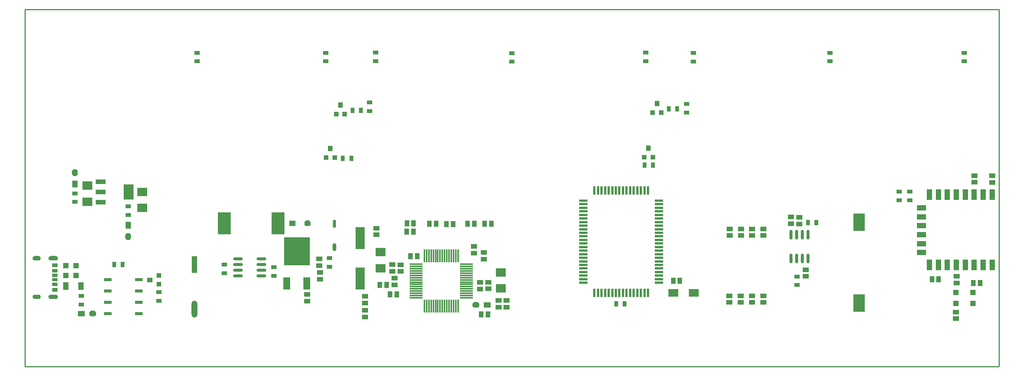
<source format=gtp>
G04 Layer_Color=8421504*
%FSLAX24Y24*%
%MOIN*%
G70*
G01*
G75*
%ADD10C,0.0100*%
%ADD11R,0.0512X0.1496*%
%ADD12O,0.0512X0.1496*%
%ADD13R,0.0350X0.0500*%
%ADD14R,0.0500X0.0350*%
%ADD15R,0.0400X0.0500*%
%ADD16R,0.0400X0.0400*%
%ADD17R,0.0787X0.0472*%
%ADD18R,0.0472X0.0945*%
%ADD19R,0.0433X0.0551*%
%ADD20R,0.0551X0.0433*%
%ADD21R,0.0472X0.0472*%
%ADD22O,0.0236X0.0866*%
%ADD23R,0.0866X0.0689*%
%ADD24R,0.0118X0.1181*%
%ADD25R,0.1181X0.0118*%
%ADD26R,0.0900X0.0750*%
G04:AMPARAMS|DCode=27|XSize=60mil|YSize=50mil|CornerRadius=0mil|HoleSize=0mil|Usage=FLASHONLY|Rotation=180.000|XOffset=0mil|YOffset=0mil|HoleType=Round|Shape=Octagon|*
%AMOCTAGOND27*
4,1,8,-0.0300,0.0125,-0.0300,-0.0125,-0.0175,-0.0250,0.0175,-0.0250,0.0300,-0.0125,0.0300,0.0125,0.0175,0.0250,-0.0175,0.0250,-0.0300,0.0125,0.0*
%
%ADD27OCTAGOND27*%

%ADD28R,0.0600X0.0500*%
%ADD29R,0.0787X0.1968*%
%ADD30O,0.0315X0.0709*%
%ADD31R,0.0315X0.0709*%
%ADD32O,0.0866X0.0236*%
%ADD33R,0.0709X0.0315*%
%ADD34R,0.0500X0.0600*%
G04:AMPARAMS|DCode=35|XSize=60mil|YSize=50mil|CornerRadius=0mil|HoleSize=0mil|Usage=FLASHONLY|Rotation=270.000|XOffset=0mil|YOffset=0mil|HoleType=Round|Shape=Octagon|*
%AMOCTAGOND35*
4,1,8,-0.0125,-0.0300,0.0125,-0.0300,0.0250,-0.0175,0.0250,0.0175,0.0125,0.0300,-0.0125,0.0300,-0.0250,0.0175,-0.0250,-0.0175,-0.0125,-0.0300,0.0*
%
%ADD35OCTAGOND35*%

%ADD36R,0.0866X0.1378*%
%ADD37R,0.0866X0.0433*%
%ADD38R,0.0866X0.0433*%
%ADD39R,0.0500X0.0650*%
%ADD40R,0.0500X0.0500*%
%ADD41R,0.0472X0.0354*%
%ADD42R,0.0472X0.0315*%
%ADD43R,0.0472X0.0276*%
G04:AMPARAMS|DCode=44|XSize=21.7mil|YSize=74mil|CornerRadius=2.7mil|HoleSize=0mil|Usage=FLASHONLY|Rotation=270.000|XOffset=0mil|YOffset=0mil|HoleType=Round|Shape=RoundedRectangle|*
%AMROUNDEDRECTD44*
21,1,0.0217,0.0686,0,0,270.0*
21,1,0.0162,0.0740,0,0,270.0*
1,1,0.0054,-0.0343,-0.0081*
1,1,0.0054,-0.0343,0.0081*
1,1,0.0054,0.0343,0.0081*
1,1,0.0054,0.0343,-0.0081*
%
%ADD44ROUNDEDRECTD44*%
G04:AMPARAMS|DCode=45|XSize=21.7mil|YSize=74mil|CornerRadius=2.7mil|HoleSize=0mil|Usage=FLASHONLY|Rotation=0.000|XOffset=0mil|YOffset=0mil|HoleType=Round|Shape=RoundedRectangle|*
%AMROUNDEDRECTD45*
21,1,0.0217,0.0686,0,0,0.0*
21,1,0.0162,0.0740,0,0,0.0*
1,1,0.0054,0.0081,-0.0343*
1,1,0.0054,-0.0081,-0.0343*
1,1,0.0054,-0.0081,0.0343*
1,1,0.0054,0.0081,0.0343*
%
%ADD45ROUNDEDRECTD45*%
%ADD46R,0.0500X0.0400*%
%ADD47R,0.0400X0.0400*%
%ADD48R,0.0984X0.1575*%
%ADD49R,0.0600X0.1100*%
%ADD50R,0.2300X0.2450*%
%ADD51R,0.1181X0.1968*%
%ADD52R,0.0550X0.0500*%
G04:AMPARAMS|DCode=53|XSize=55mil|YSize=50mil|CornerRadius=0mil|HoleSize=0mil|Usage=FLASHONLY|Rotation=0.000|XOffset=0mil|YOffset=0mil|HoleType=Round|Shape=Octagon|*
%AMOCTAGOND53*
4,1,8,0.0275,-0.0125,0.0275,0.0125,0.0150,0.0250,-0.0150,0.0250,-0.0275,0.0125,-0.0275,-0.0125,-0.0150,-0.0250,0.0150,-0.0250,0.0275,-0.0125,0.0*
%
%ADD53OCTAGOND53*%

G36*
X2883Y-24406D02*
X2411D01*
Y-24091D01*
X2883D01*
Y-24406D01*
D02*
G37*
G36*
Y-23985D02*
X2411D01*
Y-23709D01*
X2883D01*
Y-23985D01*
D02*
G37*
G36*
X2883Y-24910D02*
X2411D01*
Y-24556D01*
X2883D01*
Y-24910D01*
D02*
G37*
G36*
X1200Y-25154D02*
X1210Y-25155D01*
X1220Y-25156D01*
X1229Y-25158D01*
X1239Y-25160D01*
X1248Y-25163D01*
X1258Y-25166D01*
X1267Y-25169D01*
X1276Y-25173D01*
X1285Y-25178D01*
X1293Y-25183D01*
X1301Y-25188D01*
X1309Y-25194D01*
X1317Y-25200D01*
X1324Y-25206D01*
X1331Y-25213D01*
X1338Y-25221D01*
X1344Y-25228D01*
X1350Y-25236D01*
X1356Y-25244D01*
X1361Y-25252D01*
X1366Y-25261D01*
X1370Y-25270D01*
X1374Y-25279D01*
X1377Y-25288D01*
X1380Y-25297D01*
X1382Y-25307D01*
X1384Y-25317D01*
X1386Y-25326D01*
X1387Y-25336D01*
X1387Y-25346D01*
Y-25356D01*
X1387Y-25365D01*
X1386Y-25375D01*
X1384Y-25385D01*
X1382Y-25395D01*
X1380Y-25404D01*
X1377Y-25413D01*
X1374Y-25423D01*
X1370Y-25432D01*
X1366Y-25441D01*
X1361Y-25449D01*
X1356Y-25458D01*
X1350Y-25466D01*
X1344Y-25473D01*
X1338Y-25481D01*
X1331Y-25488D01*
X1324Y-25495D01*
X1317Y-25502D01*
X1309Y-25508D01*
X1301Y-25513D01*
X1293Y-25519D01*
X1285Y-25524D01*
X1276Y-25528D01*
X1267Y-25532D01*
X1258Y-25536D01*
X1248Y-25539D01*
X1239Y-25542D01*
X1229Y-25544D01*
X1220Y-25545D01*
X1210Y-25547D01*
X1200Y-25547D01*
X1190Y-25548D01*
X875D01*
X866Y-25547D01*
X856Y-25547D01*
X846Y-25545D01*
X836Y-25544D01*
X827Y-25542D01*
X817Y-25539D01*
X808Y-25536D01*
X799Y-25532D01*
X790Y-25528D01*
X781Y-25524D01*
X773Y-25519D01*
X765Y-25513D01*
X757Y-25508D01*
X749Y-25502D01*
X742Y-25495D01*
X734Y-25488D01*
X728Y-25481D01*
X722Y-25473D01*
X716Y-25466D01*
X710Y-25458D01*
X705Y-25449D01*
X700Y-25441D01*
X696Y-25432D01*
X692Y-25423D01*
X689Y-25413D01*
X686Y-25404D01*
X684Y-25395D01*
X682Y-25385D01*
X680Y-25375D01*
X679Y-25365D01*
X679Y-25356D01*
Y-25346D01*
X679Y-25336D01*
X680Y-25326D01*
X682Y-25317D01*
X684Y-25307D01*
X686Y-25297D01*
X689Y-25288D01*
X692Y-25279D01*
X696Y-25270D01*
X700Y-25261D01*
X705Y-25252D01*
X710Y-25244D01*
X716Y-25236D01*
X722Y-25228D01*
X728Y-25221D01*
X734Y-25213D01*
X742Y-25206D01*
X749Y-25200D01*
X757Y-25194D01*
X765Y-25188D01*
X773Y-25183D01*
X781Y-25178D01*
X790Y-25173D01*
X799Y-25169D01*
X808Y-25166D01*
X817Y-25163D01*
X827Y-25160D01*
X836Y-25158D01*
X846Y-25156D01*
X856Y-25155D01*
X866Y-25154D01*
X875Y-25154D01*
X1190D01*
X1200Y-25154D01*
D02*
G37*
G36*
X2716Y-25154D02*
X2726Y-25155D01*
X2735Y-25156D01*
X2745Y-25158D01*
X2755Y-25160D01*
X2764Y-25163D01*
X2773Y-25166D01*
X2783Y-25169D01*
X2792Y-25173D01*
X2800Y-25178D01*
X2809Y-25183D01*
X2817Y-25188D01*
X2825Y-25194D01*
X2833Y-25200D01*
X2840Y-25206D01*
X2847Y-25213D01*
X2854Y-25220D01*
X2860Y-25228D01*
X2866Y-25236D01*
X2871Y-25244D01*
X2877Y-25252D01*
X2881Y-25261D01*
X2886Y-25270D01*
X2889Y-25279D01*
X2893Y-25288D01*
X2896Y-25297D01*
X2898Y-25307D01*
X2900Y-25317D01*
X2901Y-25326D01*
X2902Y-25336D01*
X2903Y-25346D01*
Y-25356D01*
X2902Y-25365D01*
X2901Y-25375D01*
X2900Y-25385D01*
X2898Y-25395D01*
X2896Y-25404D01*
X2893Y-25413D01*
X2889Y-25423D01*
X2886Y-25432D01*
X2881Y-25441D01*
X2877Y-25449D01*
X2871Y-25458D01*
X2866Y-25466D01*
X2860Y-25473D01*
X2854Y-25481D01*
X2847Y-25488D01*
X2840Y-25495D01*
X2833Y-25502D01*
X2825Y-25508D01*
X2817Y-25513D01*
X2809Y-25519D01*
X2800Y-25524D01*
X2792Y-25528D01*
X2783Y-25532D01*
X2773Y-25536D01*
X2764Y-25539D01*
X2755Y-25542D01*
X2745Y-25544D01*
X2735Y-25545D01*
X2726Y-25547D01*
X2716Y-25547D01*
X2706Y-25548D01*
X2273D01*
X2263Y-25547D01*
X2253Y-25547D01*
X2244Y-25545D01*
X2234Y-25544D01*
X2224Y-25542D01*
X2215Y-25539D01*
X2206Y-25536D01*
X2197Y-25532D01*
X2188Y-25528D01*
X2179Y-25524D01*
X2170Y-25519D01*
X2162Y-25513D01*
X2154Y-25508D01*
X2147Y-25502D01*
X2139Y-25495D01*
X2132Y-25488D01*
X2125Y-25481D01*
X2119Y-25473D01*
X2113Y-25466D01*
X2108Y-25458D01*
X2103Y-25449D01*
X2098Y-25441D01*
X2094Y-25432D01*
X2090Y-25423D01*
X2086Y-25413D01*
X2084Y-25404D01*
X2081Y-25395D01*
X2079Y-25385D01*
X2078Y-25375D01*
X2077Y-25365D01*
X2076Y-25356D01*
Y-25346D01*
X2077Y-25336D01*
X2078Y-25326D01*
X2079Y-25317D01*
X2081Y-25307D01*
X2084Y-25297D01*
X2086Y-25288D01*
X2090Y-25279D01*
X2094Y-25270D01*
X2098Y-25261D01*
X2103Y-25252D01*
X2108Y-25244D01*
X2113Y-25236D01*
X2119Y-25228D01*
X2125Y-25220D01*
X2132Y-25213D01*
X2139Y-25206D01*
X2147Y-25200D01*
X2154Y-25194D01*
X2162Y-25188D01*
X2170Y-25183D01*
X2179Y-25178D01*
X2188Y-25173D01*
X2197Y-25169D01*
X2206Y-25166D01*
X2215Y-25163D01*
X2224Y-25160D01*
X2234Y-25158D01*
X2244Y-25156D01*
X2253Y-25155D01*
X2263Y-25154D01*
X2273Y-25154D01*
X2706D01*
X2716Y-25154D01*
D02*
G37*
G36*
X1200Y-21753D02*
X1210Y-21753D01*
X1220Y-21755D01*
X1229Y-21756D01*
X1239Y-21758D01*
X1248Y-21761D01*
X1258Y-21764D01*
X1267Y-21768D01*
X1276Y-21772D01*
X1285Y-21776D01*
X1293Y-21781D01*
X1301Y-21787D01*
X1309Y-21792D01*
X1317Y-21798D01*
X1324Y-21805D01*
X1331Y-21812D01*
X1338Y-21819D01*
X1344Y-21827D01*
X1350Y-21834D01*
X1356Y-21842D01*
X1361Y-21851D01*
X1366Y-21859D01*
X1370Y-21868D01*
X1374Y-21877D01*
X1377Y-21887D01*
X1380Y-21896D01*
X1382Y-21905D01*
X1384Y-21915D01*
X1386Y-21925D01*
X1387Y-21935D01*
X1387Y-21944D01*
Y-21954D01*
X1387Y-21964D01*
X1386Y-21974D01*
X1384Y-21983D01*
X1382Y-21993D01*
X1380Y-22003D01*
X1377Y-22012D01*
X1374Y-22021D01*
X1370Y-22030D01*
X1366Y-22039D01*
X1361Y-22048D01*
X1356Y-22056D01*
X1350Y-22064D01*
X1344Y-22072D01*
X1338Y-22080D01*
X1331Y-22087D01*
X1324Y-22094D01*
X1317Y-22100D01*
X1309Y-22106D01*
X1301Y-22112D01*
X1293Y-22117D01*
X1285Y-22122D01*
X1276Y-22127D01*
X1267Y-22131D01*
X1258Y-22134D01*
X1248Y-22137D01*
X1239Y-22140D01*
X1229Y-22142D01*
X1220Y-22144D01*
X1210Y-22145D01*
X1200Y-22146D01*
X1190Y-22146D01*
X875D01*
X866Y-22146D01*
X856Y-22145D01*
X846Y-22144D01*
X836Y-22142D01*
X827Y-22140D01*
X817Y-22137D01*
X808Y-22134D01*
X799Y-22131D01*
X790Y-22127D01*
X781Y-22122D01*
X773Y-22117D01*
X765Y-22112D01*
X757Y-22106D01*
X749Y-22100D01*
X742Y-22094D01*
X734Y-22087D01*
X728Y-22080D01*
X722Y-22072D01*
X716Y-22064D01*
X710Y-22056D01*
X705Y-22048D01*
X700Y-22039D01*
X696Y-22030D01*
X692Y-22021D01*
X689Y-22012D01*
X686Y-22003D01*
X684Y-21993D01*
X682Y-21983D01*
X680Y-21974D01*
X679Y-21964D01*
X679Y-21954D01*
Y-21944D01*
X679Y-21935D01*
X680Y-21925D01*
X682Y-21915D01*
X684Y-21905D01*
X686Y-21896D01*
X689Y-21887D01*
X692Y-21877D01*
X696Y-21868D01*
X700Y-21859D01*
X705Y-21851D01*
X710Y-21842D01*
X716Y-21834D01*
X722Y-21827D01*
X728Y-21819D01*
X734Y-21812D01*
X742Y-21805D01*
X749Y-21798D01*
X757Y-21792D01*
X765Y-21787D01*
X773Y-21781D01*
X781Y-21776D01*
X790Y-21772D01*
X799Y-21768D01*
X808Y-21764D01*
X817Y-21761D01*
X827Y-21758D01*
X836Y-21756D01*
X846Y-21755D01*
X856Y-21753D01*
X866Y-21753D01*
X875Y-21752D01*
X1190D01*
X1200Y-21753D01*
D02*
G37*
G36*
X2716D02*
X2726Y-21753D01*
X2735Y-21755D01*
X2745Y-21756D01*
X2755Y-21758D01*
X2764Y-21761D01*
X2773Y-21764D01*
X2783Y-21768D01*
X2792Y-21772D01*
X2800Y-21776D01*
X2809Y-21781D01*
X2817Y-21787D01*
X2825Y-21792D01*
X2833Y-21798D01*
X2840Y-21805D01*
X2847Y-21812D01*
X2854Y-21819D01*
X2860Y-21827D01*
X2866Y-21834D01*
X2871Y-21842D01*
X2877Y-21851D01*
X2881Y-21859D01*
X2886Y-21868D01*
X2889Y-21877D01*
X2893Y-21887D01*
X2896Y-21896D01*
X2898Y-21905D01*
X2900Y-21915D01*
X2901Y-21925D01*
X2902Y-21935D01*
X2903Y-21944D01*
Y-21954D01*
X2902Y-21964D01*
X2901Y-21974D01*
X2900Y-21983D01*
X2898Y-21993D01*
X2896Y-22003D01*
X2893Y-22012D01*
X2889Y-22021D01*
X2886Y-22030D01*
X2881Y-22039D01*
X2877Y-22048D01*
X2871Y-22056D01*
X2866Y-22064D01*
X2860Y-22072D01*
X2854Y-22080D01*
X2847Y-22087D01*
X2840Y-22094D01*
X2833Y-22100D01*
X2825Y-22106D01*
X2817Y-22112D01*
X2809Y-22117D01*
X2800Y-22122D01*
X2792Y-22127D01*
X2783Y-22131D01*
X2773Y-22134D01*
X2764Y-22137D01*
X2755Y-22140D01*
X2745Y-22142D01*
X2735Y-22144D01*
X2726Y-22145D01*
X2716Y-22146D01*
X2706Y-22146D01*
X2273D01*
X2263Y-22146D01*
X2253Y-22145D01*
X2244Y-22144D01*
X2234Y-22142D01*
X2224Y-22140D01*
X2215Y-22137D01*
X2206Y-22134D01*
X2197Y-22131D01*
X2188Y-22127D01*
X2179Y-22122D01*
X2170Y-22117D01*
X2162Y-22112D01*
X2154Y-22106D01*
X2147Y-22100D01*
X2139Y-22094D01*
X2132Y-22087D01*
X2125Y-22080D01*
X2119Y-22072D01*
X2113Y-22064D01*
X2108Y-22056D01*
X2103Y-22048D01*
X2098Y-22039D01*
X2094Y-22030D01*
X2090Y-22021D01*
X2086Y-22012D01*
X2084Y-22003D01*
X2081Y-21993D01*
X2079Y-21983D01*
X2078Y-21974D01*
X2077Y-21964D01*
X2076Y-21954D01*
Y-21944D01*
X2077Y-21935D01*
X2078Y-21925D01*
X2079Y-21915D01*
X2081Y-21905D01*
X2084Y-21896D01*
X2086Y-21887D01*
X2090Y-21877D01*
X2094Y-21868D01*
X2098Y-21859D01*
X2103Y-21851D01*
X2108Y-21842D01*
X2113Y-21834D01*
X2119Y-21827D01*
X2125Y-21819D01*
X2132Y-21812D01*
X2139Y-21805D01*
X2147Y-21798D01*
X2154Y-21792D01*
X2162Y-21787D01*
X2170Y-21781D01*
X2179Y-21776D01*
X2188Y-21772D01*
X2197Y-21768D01*
X2206Y-21764D01*
X2215Y-21761D01*
X2224Y-21758D01*
X2234Y-21756D01*
X2244Y-21755D01*
X2253Y-21753D01*
X2263Y-21753D01*
X2273Y-21752D01*
X2706D01*
X2716Y-21753D01*
D02*
G37*
G36*
X2883Y-22744D02*
X2411D01*
Y-22390D01*
X2883D01*
Y-22744D01*
D02*
G37*
G36*
Y-23591D02*
X2411D01*
Y-23315D01*
X2883D01*
Y-23591D01*
D02*
G37*
G36*
X2883Y-23209D02*
X2411D01*
Y-22894D01*
X2883D01*
Y-23209D01*
D02*
G37*
D10*
X85827Y-31449D02*
Y-2D01*
X85780Y-31496D02*
X85827Y-31449D01*
X0Y-31496D02*
X85780D01*
X0Y-2D02*
X85827D01*
X0Y-31496D02*
Y-2D01*
D11*
X14940Y-22501D02*
D03*
D12*
Y-26439D02*
D03*
D13*
X55344Y-13730D02*
D03*
X54596D02*
D03*
X57474Y-8770D02*
D03*
X56726D02*
D03*
X28754Y-13140D02*
D03*
X28006D02*
D03*
X29614Y-8890D02*
D03*
X28866D02*
D03*
X52844Y-25970D02*
D03*
X52096D02*
D03*
X8614Y-22490D02*
D03*
X7866D02*
D03*
X69744Y-18800D02*
D03*
X68996D02*
D03*
D14*
X58300Y-8346D02*
D03*
Y-9094D02*
D03*
X30380Y-8206D02*
D03*
Y-8954D02*
D03*
X42910Y-4614D02*
D03*
Y-3866D02*
D03*
X54690Y-4564D02*
D03*
Y-3816D02*
D03*
X58910Y-3846D02*
D03*
Y-4594D02*
D03*
X70930Y-4574D02*
D03*
Y-3826D02*
D03*
X82780Y-4574D02*
D03*
Y-3826D02*
D03*
X77020Y-16086D02*
D03*
Y-16834D02*
D03*
X77960Y-16086D02*
D03*
Y-16834D02*
D03*
X68020Y-24314D02*
D03*
Y-23566D02*
D03*
X26840Y-22690D02*
D03*
Y-21942D02*
D03*
X21940Y-22746D02*
D03*
Y-23494D02*
D03*
X17570Y-22506D02*
D03*
Y-23254D02*
D03*
X11810Y-25688D02*
D03*
Y-24940D02*
D03*
X9100Y-17376D02*
D03*
Y-18124D02*
D03*
X4390Y-16974D02*
D03*
Y-16226D02*
D03*
X4960Y-25276D02*
D03*
Y-26024D02*
D03*
X30890Y-3816D02*
D03*
Y-4564D02*
D03*
X15170Y-4570D02*
D03*
Y-3822D02*
D03*
X26490Y-4574D02*
D03*
Y-3826D02*
D03*
D15*
X55685Y-8310D02*
D03*
X27800Y-8420D02*
D03*
X54945Y-12220D02*
D03*
X26915Y-12260D02*
D03*
D16*
X55315Y-9110D02*
D03*
X56065D02*
D03*
X28180Y-9220D02*
D03*
X27430D02*
D03*
X54575Y-13020D02*
D03*
X55325D02*
D03*
X26545Y-13060D02*
D03*
X27295D02*
D03*
D17*
X78999Y-17511D02*
D03*
Y-18299D02*
D03*
Y-19086D02*
D03*
Y-19873D02*
D03*
Y-20661D02*
D03*
Y-21448D02*
D03*
D18*
X85220Y-16330D02*
D03*
X84432D02*
D03*
X83645D02*
D03*
X82857D02*
D03*
X82070D02*
D03*
X81283D02*
D03*
X80495D02*
D03*
X79708D02*
D03*
X85220Y-22550D02*
D03*
X84432D02*
D03*
X83645D02*
D03*
X82857D02*
D03*
X82070D02*
D03*
X80495D02*
D03*
X79708D02*
D03*
X81283D02*
D03*
D19*
X84155Y-24140D02*
D03*
X83565D02*
D03*
X79920Y-23790D02*
D03*
X80511D02*
D03*
X33659Y-18860D02*
D03*
X34250D02*
D03*
X33649Y-19590D02*
D03*
X34240D02*
D03*
X40795Y-26890D02*
D03*
X40205D02*
D03*
X31865Y-24290D02*
D03*
X31275D02*
D03*
X32765Y-25130D02*
D03*
X32175D02*
D03*
X40495Y-18900D02*
D03*
X41085D02*
D03*
X39585Y-18900D02*
D03*
X38995D02*
D03*
X33975Y-21770D02*
D03*
X34565D02*
D03*
X57119Y-23940D02*
D03*
X57710D02*
D03*
X35640Y-18900D02*
D03*
X36231D02*
D03*
X37735Y-18930D02*
D03*
X37145D02*
D03*
D20*
X82040Y-26690D02*
D03*
Y-27281D02*
D03*
X82090Y-24125D02*
D03*
Y-23535D02*
D03*
X85220Y-15255D02*
D03*
Y-14665D02*
D03*
X83660Y-15245D02*
D03*
Y-14655D02*
D03*
X68810Y-22955D02*
D03*
Y-23545D02*
D03*
X68250Y-18339D02*
D03*
Y-18930D02*
D03*
X67500Y-18319D02*
D03*
Y-18910D02*
D03*
X65080Y-19355D02*
D03*
Y-19945D02*
D03*
X64083Y-19355D02*
D03*
Y-19945D02*
D03*
X63087Y-19355D02*
D03*
Y-19945D02*
D03*
X62090Y-19355D02*
D03*
Y-19945D02*
D03*
X65080Y-25260D02*
D03*
Y-25851D02*
D03*
X64080Y-25260D02*
D03*
Y-25851D02*
D03*
X63080Y-25260D02*
D03*
Y-25851D02*
D03*
X62080Y-25260D02*
D03*
Y-25851D02*
D03*
X39570Y-21495D02*
D03*
Y-20905D02*
D03*
X40420Y-21435D02*
D03*
Y-22025D02*
D03*
X40100Y-24655D02*
D03*
Y-24065D02*
D03*
X40830Y-24645D02*
D03*
Y-24055D02*
D03*
X42440Y-26255D02*
D03*
Y-25665D02*
D03*
X41720Y-26255D02*
D03*
Y-25665D02*
D03*
X24860Y-25145D02*
D03*
Y-25735D02*
D03*
X25920Y-22001D02*
D03*
Y-22591D02*
D03*
X26000Y-23215D02*
D03*
Y-23805D02*
D03*
X30980Y-19885D02*
D03*
Y-19295D02*
D03*
X33110Y-23115D02*
D03*
Y-22525D02*
D03*
X32370Y-23105D02*
D03*
Y-22515D02*
D03*
X32560Y-24305D02*
D03*
Y-23715D02*
D03*
X29970Y-25305D02*
D03*
Y-25895D02*
D03*
X29960Y-26535D02*
D03*
Y-27125D02*
D03*
D21*
X83530Y-25950D02*
D03*
X82030D02*
D03*
Y-24960D02*
D03*
X83530D02*
D03*
D22*
X69000Y-19885D02*
D03*
X68500D02*
D03*
X68000D02*
D03*
X67500D02*
D03*
X69000Y-21975D02*
D03*
X68500D02*
D03*
X68000D02*
D03*
X67500D02*
D03*
D23*
X57124Y-25000D02*
D03*
X58936D02*
D03*
D24*
X35201Y-21731D02*
D03*
X35398D02*
D03*
X35595D02*
D03*
X35792D02*
D03*
X35989D02*
D03*
X36186D02*
D03*
X36383D02*
D03*
X36579D02*
D03*
X36776D02*
D03*
X36973D02*
D03*
X37170D02*
D03*
X37367D02*
D03*
X37564D02*
D03*
X37761D02*
D03*
X37957D02*
D03*
X38154D02*
D03*
Y-26180D02*
D03*
X37957D02*
D03*
X37761D02*
D03*
X37564D02*
D03*
X37367D02*
D03*
X37170D02*
D03*
X36973D02*
D03*
X36776D02*
D03*
X36579D02*
D03*
X36383D02*
D03*
X36186D02*
D03*
X35989D02*
D03*
X35792D02*
D03*
X35595D02*
D03*
X35398D02*
D03*
X35201D02*
D03*
D25*
X38902Y-22479D02*
D03*
Y-22676D02*
D03*
Y-22873D02*
D03*
Y-23070D02*
D03*
Y-23267D02*
D03*
Y-23463D02*
D03*
Y-23660D02*
D03*
Y-23857D02*
D03*
Y-24054D02*
D03*
Y-24251D02*
D03*
Y-24448D02*
D03*
Y-24645D02*
D03*
Y-24841D02*
D03*
Y-25038D02*
D03*
Y-25235D02*
D03*
Y-25432D02*
D03*
X34453D02*
D03*
Y-25235D02*
D03*
Y-25038D02*
D03*
Y-24841D02*
D03*
Y-24645D02*
D03*
Y-24448D02*
D03*
Y-24251D02*
D03*
Y-24054D02*
D03*
Y-23857D02*
D03*
Y-23660D02*
D03*
Y-23463D02*
D03*
Y-23267D02*
D03*
Y-23070D02*
D03*
Y-22873D02*
D03*
Y-22676D02*
D03*
Y-22479D02*
D03*
D26*
X41920Y-23191D02*
D03*
Y-24609D02*
D03*
X31340Y-21411D02*
D03*
Y-22829D02*
D03*
X10350Y-16091D02*
D03*
Y-17509D02*
D03*
X5500Y-16959D02*
D03*
Y-15541D02*
D03*
D27*
X39750Y-26080D02*
D03*
X5960Y-26820D02*
D03*
D28*
X40750Y-26080D02*
D03*
X4960Y-26820D02*
D03*
D29*
X29551Y-23725D02*
D03*
Y-20182D02*
D03*
D30*
X27280Y-20983D02*
D03*
D31*
Y-18897D02*
D03*
D32*
X20845Y-23500D02*
D03*
Y-23000D02*
D03*
Y-22500D02*
D03*
Y-22000D02*
D03*
X18755Y-23500D02*
D03*
Y-23000D02*
D03*
Y-22500D02*
D03*
Y-22000D02*
D03*
D33*
X7294Y-23850D02*
D03*
Y-24850D02*
D03*
Y-25850D02*
D03*
Y-26850D02*
D03*
X10050Y-23850D02*
D03*
Y-24850D02*
D03*
Y-25850D02*
D03*
Y-26850D02*
D03*
D34*
X9100Y-19050D02*
D03*
X4400Y-15400D02*
D03*
D35*
X9100Y-20050D02*
D03*
X4400Y-14400D02*
D03*
D36*
X9120Y-16100D02*
D03*
D37*
X6680Y-17006D02*
D03*
X6680Y-15194D02*
D03*
D38*
X6680Y-16100D02*
D03*
D39*
X4945Y-24410D02*
D03*
X3595D02*
D03*
D40*
X4500Y-23460D02*
D03*
X3600D02*
D03*
Y-22610D02*
D03*
X4500D02*
D03*
D41*
X2647Y-24733D02*
D03*
Y-22567D02*
D03*
D42*
Y-24248D02*
D03*
Y-23052D02*
D03*
D43*
Y-23847D02*
D03*
Y-23453D02*
D03*
D44*
X49197Y-16868D02*
D03*
Y-17183D02*
D03*
Y-17498D02*
D03*
Y-17813D02*
D03*
Y-18128D02*
D03*
Y-18443D02*
D03*
Y-18758D02*
D03*
Y-19073D02*
D03*
Y-19388D02*
D03*
Y-19703D02*
D03*
Y-20018D02*
D03*
Y-20333D02*
D03*
Y-20647D02*
D03*
Y-20962D02*
D03*
Y-21277D02*
D03*
Y-21592D02*
D03*
Y-21907D02*
D03*
Y-22222D02*
D03*
Y-22537D02*
D03*
Y-22852D02*
D03*
Y-23167D02*
D03*
Y-23482D02*
D03*
Y-23797D02*
D03*
Y-24112D02*
D03*
X55883D02*
D03*
Y-23797D02*
D03*
Y-23482D02*
D03*
Y-23167D02*
D03*
Y-22852D02*
D03*
Y-22537D02*
D03*
Y-22222D02*
D03*
Y-21907D02*
D03*
Y-21592D02*
D03*
Y-21277D02*
D03*
Y-20962D02*
D03*
Y-20647D02*
D03*
Y-20333D02*
D03*
Y-20018D02*
D03*
Y-19703D02*
D03*
Y-19388D02*
D03*
Y-19073D02*
D03*
Y-18758D02*
D03*
Y-18443D02*
D03*
Y-18128D02*
D03*
Y-17813D02*
D03*
Y-17498D02*
D03*
Y-17183D02*
D03*
Y-16868D02*
D03*
D45*
X50178Y-25014D02*
D03*
X50493D02*
D03*
X50808D02*
D03*
X51123D02*
D03*
X51438D02*
D03*
X51753D02*
D03*
X52068D02*
D03*
X52383D02*
D03*
X52697D02*
D03*
X53012D02*
D03*
X53327D02*
D03*
X53642D02*
D03*
X53957D02*
D03*
X54272D02*
D03*
X54587D02*
D03*
X54902D02*
D03*
Y-15966D02*
D03*
X54587D02*
D03*
X54272D02*
D03*
X53957D02*
D03*
X53642D02*
D03*
X53327D02*
D03*
X53012D02*
D03*
X52697D02*
D03*
X52383D02*
D03*
X52068D02*
D03*
X51753D02*
D03*
X51438D02*
D03*
X51123D02*
D03*
X50808D02*
D03*
X50493D02*
D03*
X50178D02*
D03*
D46*
X11010Y-23855D02*
D03*
D47*
X11810Y-24225D02*
D03*
Y-23475D02*
D03*
D48*
X73500Y-25905D02*
D03*
Y-18775D02*
D03*
D49*
X23064Y-24171D02*
D03*
X24844Y-24181D02*
D03*
D50*
X23960Y-21320D02*
D03*
D51*
X17578Y-18870D02*
D03*
X22302D02*
D03*
D52*
X23555Y-18860D02*
D03*
D53*
X24905D02*
D03*
M02*

</source>
